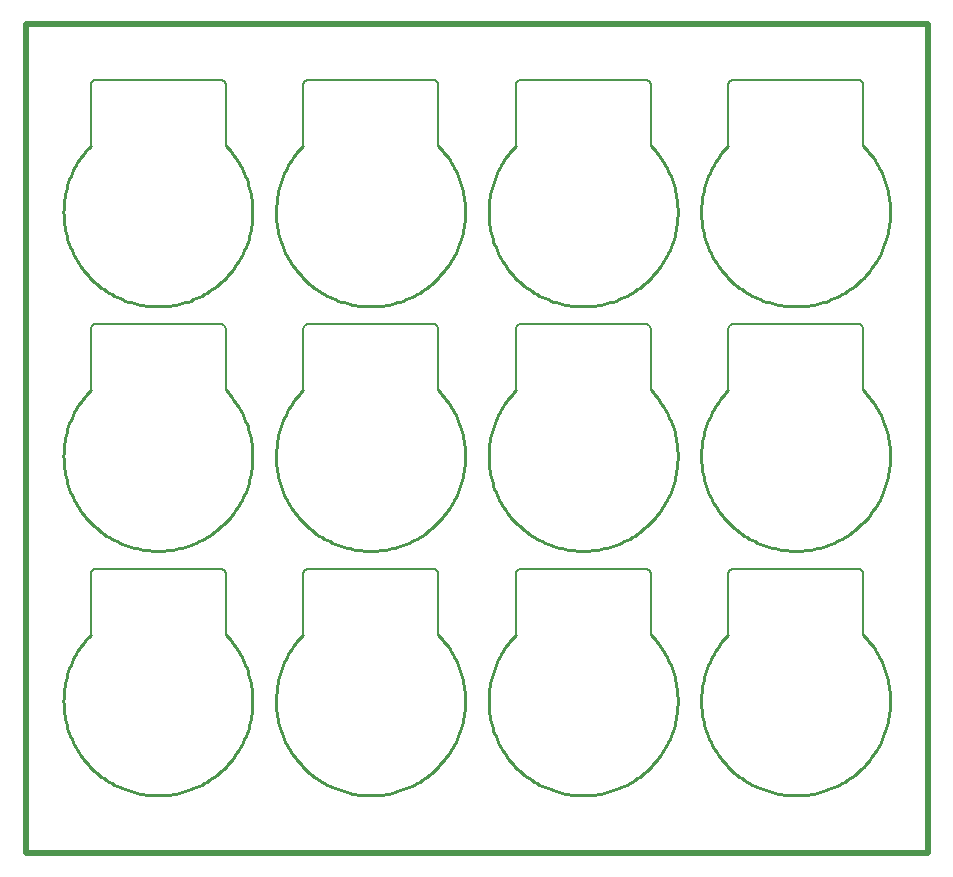
<source format=gko>
G04*
G04 #@! TF.GenerationSoftware,Altium Limited,Altium Designer,20.1.11 (218)*
G04*
G04 Layer_Color=16711935*
%FSLAX25Y25*%
%MOIN*%
G70*
G04*
G04 #@! TF.SameCoordinates,4A8DF08C-7CCE-415C-BD08-992622932B33*
G04*
G04*
G04 #@! TF.FilePolarity,Positive*
G04*
G01*
G75*
%ADD10C,0.01000*%
%ADD33C,0.00787*%
%ADD50C,0.01968*%
G54D10*
X137795Y-81496D02*
X137779Y-80481D01*
X137730Y-79466D01*
X137648Y-78454D01*
X137534Y-77445D01*
X137387Y-76440D01*
X137208Y-75441D01*
X136996Y-74448D01*
X136753Y-73462D01*
X136478Y-72484D01*
X136172Y-71516D01*
X135835Y-70558D01*
X135467Y-69611D01*
X135069Y-68677D01*
X134640Y-67756D01*
X134183Y-66850D01*
X133696Y-65959D01*
X133181Y-65083D01*
X132638Y-64225D01*
X132067Y-63385D01*
X131470Y-62564D01*
X130847Y-61762D01*
X130198Y-60981D01*
X129524Y-60221D01*
X128826Y-59484D01*
X83858Y-59396D02*
X83154Y-60135D01*
X82474Y-60896D01*
X81819Y-61679D01*
X81190Y-62482D01*
X80587Y-63306D01*
X80011Y-64148D01*
X79463Y-65009D01*
X78943Y-65887D01*
X78451Y-66782D01*
X77989Y-67692D01*
X77557Y-68616D01*
X77155Y-69555D01*
X76783Y-70505D01*
X76442Y-71467D01*
X76133Y-72440D01*
X75856Y-73422D01*
X75610Y-74413D01*
X75397Y-75411D01*
X75216Y-76415D01*
X75067Y-77425D01*
X74952Y-78439D01*
X74869Y-79456D01*
X74820Y-80476D01*
X74803Y-81496D01*
X106299Y-112992D02*
X107309Y-112976D01*
X108317Y-112927D01*
X109324Y-112847D01*
X110327Y-112733D01*
X111326Y-112588D01*
X112320Y-112411D01*
X113308Y-112202D01*
X114288Y-111962D01*
X115261Y-111690D01*
X116224Y-111388D01*
X117177Y-111054D01*
X118119Y-110690D01*
X119048Y-110296D01*
X119965Y-109873D01*
X120867Y-109421D01*
X121755Y-108939D01*
X122626Y-108430D01*
X123481Y-107893D01*
X124319Y-107328D01*
X125137Y-106737D01*
X125937Y-106121D01*
X126716Y-105479D01*
X127474Y-104812D01*
X128210Y-104121D01*
X128924Y-103407D01*
X129615Y-102671D01*
X130282Y-101913D01*
X130924Y-101134D01*
X131541Y-100334D01*
X132131Y-99515D01*
X132696Y-98678D01*
X133233Y-97823D01*
X133742Y-96952D01*
X134224Y-96064D01*
X134676Y-95162D01*
X135100Y-94245D01*
X135493Y-93316D01*
X135857Y-92374D01*
X136191Y-91421D01*
X136494Y-90458D01*
X136765Y-89485D01*
X137006Y-88505D01*
X137214Y-87517D01*
X137391Y-86523D01*
X137537Y-85524D01*
X137650Y-84521D01*
X137731Y-83514D01*
X137779Y-82506D01*
X137795Y-81496D01*
X74803Y-81496D02*
X74819Y-82506D01*
X74868Y-83514D01*
X74949Y-84520D01*
X75062Y-85524D01*
X75207Y-86523D01*
X75384Y-87517D01*
X75593Y-88505D01*
X75833Y-89485D01*
X76105Y-90457D01*
X76408Y-91421D01*
X76741Y-92374D01*
X77105Y-93316D01*
X77499Y-94245D01*
X77922Y-95162D01*
X78375Y-96064D01*
X78856Y-96952D01*
X79366Y-97823D01*
X79903Y-98678D01*
X80467Y-99515D01*
X81058Y-100334D01*
X81675Y-101134D01*
X82317Y-101913D01*
X82983Y-102671D01*
X83674Y-103407D01*
X84388Y-104121D01*
X85124Y-104812D01*
X85883Y-105479D01*
X86662Y-106121D01*
X87461Y-106737D01*
X88280Y-107328D01*
X89117Y-107893D01*
X89972Y-108430D01*
X90843Y-108939D01*
X91731Y-109420D01*
X92633Y-109873D01*
X93550Y-110296D01*
X94480Y-110690D01*
X95421Y-111054D01*
X96374Y-111388D01*
X97338Y-111690D01*
X98310Y-111962D01*
X99291Y-112202D01*
X100278Y-112411D01*
X101272Y-112588D01*
X102271Y-112733D01*
X103275Y-112847D01*
X104281Y-112927D01*
X105290Y-112976D01*
X106299Y-112992D01*
X137795Y81496D02*
X137779Y82511D01*
X137730Y83526D01*
X137648Y84538D01*
X137534Y85547D01*
X137387Y86552D01*
X137208Y87551D01*
X136996Y88545D01*
X136753Y89531D01*
X136478Y90508D01*
X136172Y91477D01*
X135835Y92434D01*
X135467Y93381D01*
X135069Y94315D01*
X134640Y95236D01*
X134183Y96142D01*
X133696Y97034D01*
X133181Y97909D01*
X132638Y98767D01*
X132067Y99607D01*
X131470Y100428D01*
X130847Y101230D01*
X130198Y102011D01*
X129524Y102771D01*
X128826Y103508D01*
X83858Y103596D02*
X83154Y102857D01*
X82474Y102096D01*
X81819Y101313D01*
X81190Y100510D01*
X80587Y99686D01*
X80011Y98844D01*
X79463Y97983D01*
X78943Y97105D01*
X78451Y96210D01*
X77989Y95300D01*
X77557Y94376D01*
X77155Y93438D01*
X76783Y92487D01*
X76442Y91525D01*
X76133Y90552D01*
X75856Y89570D01*
X75610Y88580D01*
X75397Y87581D01*
X75216Y86577D01*
X75067Y85567D01*
X74952Y84553D01*
X74869Y83536D01*
X74820Y82517D01*
X74803Y81496D01*
X106299Y50000D02*
X107309Y50016D01*
X108317Y50065D01*
X109324Y50146D01*
X110327Y50259D01*
X111326Y50404D01*
X112320Y50581D01*
X113308Y50790D01*
X114288Y51030D01*
X115261Y51302D01*
X116224Y51604D01*
X117177Y51938D01*
X118119Y52302D01*
X119048Y52696D01*
X119965Y53119D01*
X120867Y53572D01*
X121755Y54053D01*
X122626Y54562D01*
X123481Y55100D01*
X124319Y55664D01*
X125137Y56255D01*
X125937Y56871D01*
X126716Y57513D01*
X127474Y58180D01*
X128210Y58871D01*
X128924Y59585D01*
X129615Y60321D01*
X130282Y61079D01*
X130924Y61859D01*
X131541Y62658D01*
X132131Y63477D01*
X132696Y64314D01*
X133233Y65169D01*
X133742Y66040D01*
X134224Y66928D01*
X134676Y67830D01*
X135100Y68747D01*
X135493Y69677D01*
X135857Y70618D01*
X136191Y71571D01*
X136494Y72535D01*
X136765Y73507D01*
X137006Y74488D01*
X137214Y75475D01*
X137391Y76469D01*
X137537Y77468D01*
X137650Y78472D01*
X137731Y79478D01*
X137779Y80487D01*
X137795Y81496D01*
X74803Y81496D02*
X74819Y80487D01*
X74868Y79478D01*
X74949Y78472D01*
X75062Y77468D01*
X75207Y76469D01*
X75384Y75475D01*
X75593Y74488D01*
X75833Y73507D01*
X76105Y72535D01*
X76408Y71571D01*
X76741Y70618D01*
X77105Y69677D01*
X77499Y68747D01*
X77922Y67830D01*
X78375Y66928D01*
X78856Y66040D01*
X79366Y65169D01*
X79903Y64314D01*
X80467Y63477D01*
X81058Y62658D01*
X81675Y61859D01*
X82317Y61080D01*
X82983Y60321D01*
X83674Y59585D01*
X84388Y58871D01*
X85124Y58180D01*
X85883Y57514D01*
X86662Y56871D01*
X87461Y56255D01*
X88280Y55664D01*
X89117Y55100D01*
X89972Y54562D01*
X90843Y54053D01*
X91731Y53572D01*
X92633Y53119D01*
X93550Y52696D01*
X94480Y52302D01*
X95421Y51938D01*
X96374Y51605D01*
X97338Y51302D01*
X98310Y51030D01*
X99291Y50790D01*
X100278Y50581D01*
X101272Y50404D01*
X102271Y50259D01*
X103275Y50146D01*
X104281Y50065D01*
X105290Y50016D01*
X106299Y50000D01*
X137795Y0D02*
X137779Y1015D01*
X137730Y2030D01*
X137648Y3042D01*
X137534Y4051D01*
X137387Y5056D01*
X137208Y6055D01*
X136996Y7049D01*
X136753Y8035D01*
X136478Y9012D01*
X136172Y9980D01*
X135835Y10938D01*
X135467Y11885D01*
X135069Y12819D01*
X134640Y13740D01*
X134183Y14646D01*
X133696Y15538D01*
X133181Y16413D01*
X132638Y17271D01*
X132067Y18111D01*
X131470Y18932D01*
X130847Y19734D01*
X130198Y20515D01*
X129524Y21275D01*
X128826Y22012D01*
X83858Y22100D02*
X83154Y21361D01*
X82474Y20600D01*
X81819Y19817D01*
X81190Y19014D01*
X80587Y18190D01*
X80011Y17348D01*
X79463Y16487D01*
X78943Y15609D01*
X78451Y14714D01*
X77989Y13804D01*
X77557Y12880D01*
X77155Y11942D01*
X76783Y10991D01*
X76442Y10029D01*
X76133Y9056D01*
X75856Y8074D01*
X75610Y7084D01*
X75397Y6086D01*
X75216Y5081D01*
X75067Y4071D01*
X74952Y3057D01*
X74869Y2040D01*
X74820Y1020D01*
X74803Y0D01*
X106299Y-31496D02*
X107309Y-31480D01*
X108317Y-31431D01*
X109324Y-31350D01*
X110327Y-31238D01*
X111326Y-31092D01*
X112320Y-30915D01*
X113308Y-30706D01*
X114288Y-30466D01*
X115261Y-30194D01*
X116224Y-29891D01*
X117177Y-29558D01*
X118119Y-29194D01*
X119048Y-28800D01*
X119965Y-28377D01*
X120867Y-27924D01*
X121755Y-27443D01*
X122626Y-26934D01*
X123481Y-26397D01*
X124319Y-25832D01*
X125137Y-25241D01*
X125937Y-24625D01*
X126716Y-23983D01*
X127474Y-23316D01*
X128210Y-22625D01*
X128924Y-21911D01*
X129615Y-21175D01*
X130282Y-20417D01*
X130924Y-19637D01*
X131541Y-18838D01*
X132131Y-18020D01*
X132696Y-17182D01*
X133233Y-16327D01*
X133742Y-15456D01*
X134224Y-14568D01*
X134676Y-13666D01*
X135100Y-12749D01*
X135493Y-11819D01*
X135857Y-10878D01*
X136191Y-9925D01*
X136494Y-8962D01*
X136765Y-7989D01*
X137006Y-7009D01*
X137214Y-6021D01*
X137391Y-5027D01*
X137537Y-4028D01*
X137650Y-3024D01*
X137731Y-2018D01*
X137779Y-1010D01*
X137795Y-0D01*
X74803Y0D02*
X74819Y-1010D01*
X74868Y-2018D01*
X74949Y-3024D01*
X75062Y-4028D01*
X75207Y-5027D01*
X75384Y-6021D01*
X75593Y-7008D01*
X75833Y-7989D01*
X76105Y-8962D01*
X76408Y-9925D01*
X76741Y-10878D01*
X77105Y-11819D01*
X77499Y-12749D01*
X77922Y-13666D01*
X78375Y-14568D01*
X78856Y-15456D01*
X79366Y-16327D01*
X79903Y-17182D01*
X80467Y-18019D01*
X81058Y-18838D01*
X81675Y-19637D01*
X82317Y-20417D01*
X82983Y-21175D01*
X83674Y-21911D01*
X84388Y-22625D01*
X85124Y-23316D01*
X85883Y-23982D01*
X86662Y-24625D01*
X87461Y-25241D01*
X88280Y-25832D01*
X89117Y-26396D01*
X89972Y-26934D01*
X90843Y-27443D01*
X91731Y-27924D01*
X92633Y-28377D01*
X93550Y-28800D01*
X94480Y-29194D01*
X95421Y-29558D01*
X96374Y-29891D01*
X97338Y-30194D01*
X98310Y-30466D01*
X99291Y-30706D01*
X100278Y-30915D01*
X101272Y-31092D01*
X102271Y-31238D01*
X103275Y-31350D01*
X104281Y-31431D01*
X105290Y-31480D01*
X106299Y-31496D01*
X-3937Y0D02*
X-3953Y1015D01*
X-4002Y2030D01*
X-4084Y3042D01*
X-4199Y4051D01*
X-4345Y5056D01*
X-4525Y6055D01*
X-4736Y7049D01*
X-4979Y8035D01*
X-5254Y9012D01*
X-5560Y9980D01*
X-5897Y10938D01*
X-6265Y11885D01*
X-6664Y12819D01*
X-7092Y13740D01*
X-7549Y14646D01*
X-8036Y15538D01*
X-8551Y16413D01*
X-9094Y17271D01*
X-9665Y18111D01*
X-10262Y18932D01*
X-10886Y19734D01*
X-11535Y20515D01*
X-12208Y21275D01*
X-12906Y22012D01*
X-57874Y22100D02*
X-58578Y21361D01*
X-59258Y20600D01*
X-59913Y19817D01*
X-60542Y19014D01*
X-61145Y18190D01*
X-61721Y17348D01*
X-62269Y16487D01*
X-62789Y15609D01*
X-63281Y14714D01*
X-63743Y13804D01*
X-64175Y12880D01*
X-64578Y11942D01*
X-64949Y10991D01*
X-65290Y10029D01*
X-65599Y9056D01*
X-65877Y8074D01*
X-66122Y7084D01*
X-66336Y6086D01*
X-66517Y5081D01*
X-66665Y4071D01*
X-66780Y3057D01*
X-66863Y2040D01*
X-66913Y1020D01*
X-66929Y0D01*
X-35433Y-31496D02*
X-34424Y-31480D01*
X-33415Y-31431D01*
X-32409Y-31350D01*
X-31405Y-31238D01*
X-30406Y-31092D01*
X-29412Y-30915D01*
X-28425Y-30706D01*
X-27444Y-30466D01*
X-26472Y-30194D01*
X-25508Y-29891D01*
X-24555Y-29558D01*
X-23614Y-29194D01*
X-22684Y-28800D01*
X-21768Y-28377D01*
X-20865Y-27924D01*
X-19977Y-27443D01*
X-19106Y-26934D01*
X-18251Y-26397D01*
X-17414Y-25832D01*
X-16595Y-25241D01*
X-15796Y-24625D01*
X-15017Y-23983D01*
X-14258Y-23316D01*
X-13522Y-22625D01*
X-12808Y-21911D01*
X-12117Y-21175D01*
X-11451Y-20417D01*
X-10808Y-19637D01*
X-10192Y-18838D01*
X-9601Y-18020D01*
X-9037Y-17182D01*
X-8500Y-16327D01*
X-7990Y-15456D01*
X-7509Y-14568D01*
X-7056Y-13666D01*
X-6633Y-12749D01*
X-6239Y-11819D01*
X-5875Y-10878D01*
X-5542Y-9925D01*
X-5239Y-8962D01*
X-4967Y-7989D01*
X-4727Y-7009D01*
X-4518Y-6021D01*
X-4341Y-5027D01*
X-4196Y-4028D01*
X-4083Y-3024D01*
X-4002Y-2018D01*
X-3953Y-1010D01*
X-3937Y-0D01*
X-66929Y0D02*
X-66913Y-1010D01*
X-66864Y-2018D01*
X-66784Y-3024D01*
X-66671Y-4028D01*
X-66525Y-5027D01*
X-66348Y-6021D01*
X-66140Y-7008D01*
X-65899Y-7989D01*
X-65627Y-8962D01*
X-65325Y-9925D01*
X-64991Y-10878D01*
X-64627Y-11819D01*
X-64233Y-12749D01*
X-63810Y-13666D01*
X-63358Y-14568D01*
X-62876Y-15456D01*
X-62367Y-16327D01*
X-61830Y-17182D01*
X-61265Y-18019D01*
X-60675Y-18838D01*
X-60058Y-19637D01*
X-59416Y-20417D01*
X-58749Y-21175D01*
X-58058Y-21911D01*
X-57344Y-22625D01*
X-56608Y-23316D01*
X-55850Y-23982D01*
X-55071Y-24625D01*
X-54271Y-25241D01*
X-53452Y-25832D01*
X-52615Y-26396D01*
X-51761Y-26934D01*
X-50889Y-27443D01*
X-50001Y-27924D01*
X-49099Y-28377D01*
X-48182Y-28800D01*
X-47253Y-29194D01*
X-46311Y-29558D01*
X-45358Y-29891D01*
X-44395Y-30194D01*
X-43422Y-30466D01*
X-42442Y-30706D01*
X-41454Y-30915D01*
X-40460Y-31092D01*
X-39461Y-31238D01*
X-38458Y-31350D01*
X-37451Y-31431D01*
X-36443Y-31480D01*
X-35433Y-31496D01*
X-3937Y81496D02*
X-3953Y82511D01*
X-4002Y83526D01*
X-4084Y84538D01*
X-4199Y85547D01*
X-4345Y86552D01*
X-4525Y87551D01*
X-4736Y88545D01*
X-4979Y89531D01*
X-5254Y90508D01*
X-5560Y91477D01*
X-5897Y92434D01*
X-6265Y93381D01*
X-6664Y94315D01*
X-7092Y95236D01*
X-7549Y96142D01*
X-8036Y97034D01*
X-8551Y97909D01*
X-9094Y98767D01*
X-9665Y99607D01*
X-10262Y100428D01*
X-10886Y101230D01*
X-11535Y102011D01*
X-12208Y102771D01*
X-12906Y103508D01*
X-57874Y103596D02*
X-58578Y102857D01*
X-59258Y102096D01*
X-59913Y101313D01*
X-60542Y100510D01*
X-61145Y99686D01*
X-61721Y98844D01*
X-62269Y97983D01*
X-62789Y97105D01*
X-63281Y96210D01*
X-63743Y95300D01*
X-64175Y94376D01*
X-64578Y93438D01*
X-64949Y92487D01*
X-65290Y91525D01*
X-65599Y90552D01*
X-65877Y89570D01*
X-66122Y88580D01*
X-66336Y87581D01*
X-66517Y86577D01*
X-66665Y85567D01*
X-66780Y84553D01*
X-66863Y83536D01*
X-66913Y82517D01*
X-66929Y81496D01*
X-35433Y50000D02*
X-34424Y50016D01*
X-33415Y50065D01*
X-32409Y50146D01*
X-31405Y50259D01*
X-30406Y50404D01*
X-29412Y50581D01*
X-28425Y50790D01*
X-27444Y51030D01*
X-26472Y51302D01*
X-25508Y51604D01*
X-24555Y51938D01*
X-23614Y52302D01*
X-22684Y52696D01*
X-21768Y53119D01*
X-20865Y53572D01*
X-19977Y54053D01*
X-19106Y54562D01*
X-18251Y55100D01*
X-17414Y55664D01*
X-16595Y56255D01*
X-15796Y56871D01*
X-15017Y57513D01*
X-14258Y58180D01*
X-13522Y58871D01*
X-12808Y59585D01*
X-12117Y60321D01*
X-11451Y61079D01*
X-10808Y61859D01*
X-10192Y62658D01*
X-9601Y63477D01*
X-9037Y64314D01*
X-8500Y65169D01*
X-7990Y66040D01*
X-7509Y66928D01*
X-7056Y67830D01*
X-6633Y68747D01*
X-6239Y69677D01*
X-5875Y70618D01*
X-5542Y71571D01*
X-5239Y72535D01*
X-4967Y73507D01*
X-4727Y74488D01*
X-4518Y75475D01*
X-4341Y76469D01*
X-4196Y77468D01*
X-4083Y78472D01*
X-4002Y79478D01*
X-3953Y80487D01*
X-3937Y81496D01*
X-66929Y81496D02*
X-66913Y80487D01*
X-66864Y79478D01*
X-66784Y78472D01*
X-66671Y77468D01*
X-66525Y76469D01*
X-66348Y75475D01*
X-66140Y74488D01*
X-65899Y73507D01*
X-65627Y72535D01*
X-65325Y71571D01*
X-64991Y70618D01*
X-64627Y69677D01*
X-64233Y68747D01*
X-63810Y67830D01*
X-63358Y66928D01*
X-62876Y66040D01*
X-62367Y65169D01*
X-61830Y64314D01*
X-61265Y63477D01*
X-60675Y62658D01*
X-60058Y61859D01*
X-59416Y61080D01*
X-58749Y60321D01*
X-58058Y59585D01*
X-57344Y58871D01*
X-56608Y58180D01*
X-55850Y57514D01*
X-55071Y56871D01*
X-54271Y56255D01*
X-53452Y55664D01*
X-52615Y55100D01*
X-51761Y54562D01*
X-50889Y54053D01*
X-50001Y53572D01*
X-49099Y53119D01*
X-48182Y52696D01*
X-47253Y52302D01*
X-46311Y51938D01*
X-45358Y51605D01*
X-44395Y51302D01*
X-43422Y51030D01*
X-42442Y50790D01*
X-41454Y50581D01*
X-40460Y50404D01*
X-39461Y50259D01*
X-38458Y50146D01*
X-37451Y50065D01*
X-36443Y50016D01*
X-35433Y50000D01*
X-3937Y-81496D02*
X-3953Y-80481D01*
X-4002Y-79466D01*
X-4084Y-78454D01*
X-4199Y-77445D01*
X-4345Y-76440D01*
X-4525Y-75441D01*
X-4736Y-74448D01*
X-4979Y-73462D01*
X-5254Y-72484D01*
X-5560Y-71516D01*
X-5897Y-70558D01*
X-6265Y-69611D01*
X-6664Y-68677D01*
X-7092Y-67756D01*
X-7549Y-66850D01*
X-8036Y-65959D01*
X-8551Y-65083D01*
X-9094Y-64225D01*
X-9665Y-63385D01*
X-10262Y-62564D01*
X-10886Y-61762D01*
X-11535Y-60981D01*
X-12208Y-60221D01*
X-12906Y-59484D01*
X-57874Y-59396D02*
X-58578Y-60135D01*
X-59258Y-60896D01*
X-59913Y-61679D01*
X-60542Y-62482D01*
X-61145Y-63306D01*
X-61721Y-64148D01*
X-62269Y-65009D01*
X-62789Y-65887D01*
X-63281Y-66782D01*
X-63743Y-67692D01*
X-64175Y-68616D01*
X-64578Y-69555D01*
X-64949Y-70505D01*
X-65290Y-71467D01*
X-65599Y-72440D01*
X-65877Y-73422D01*
X-66122Y-74413D01*
X-66336Y-75411D01*
X-66517Y-76415D01*
X-66665Y-77425D01*
X-66780Y-78439D01*
X-66863Y-79456D01*
X-66913Y-80476D01*
X-66929Y-81496D01*
X-35433Y-112992D02*
X-34424Y-112976D01*
X-33415Y-112927D01*
X-32409Y-112847D01*
X-31405Y-112733D01*
X-30406Y-112588D01*
X-29412Y-112411D01*
X-28425Y-112202D01*
X-27444Y-111962D01*
X-26472Y-111690D01*
X-25508Y-111388D01*
X-24555Y-111054D01*
X-23614Y-110690D01*
X-22684Y-110296D01*
X-21768Y-109873D01*
X-20865Y-109421D01*
X-19977Y-108939D01*
X-19106Y-108430D01*
X-18251Y-107893D01*
X-17414Y-107328D01*
X-16595Y-106737D01*
X-15796Y-106121D01*
X-15017Y-105479D01*
X-14258Y-104812D01*
X-13522Y-104121D01*
X-12808Y-103407D01*
X-12117Y-102671D01*
X-11451Y-101913D01*
X-10808Y-101134D01*
X-10192Y-100334D01*
X-9601Y-99515D01*
X-9037Y-98678D01*
X-8500Y-97823D01*
X-7990Y-96952D01*
X-7509Y-96064D01*
X-7056Y-95162D01*
X-6633Y-94245D01*
X-6239Y-93316D01*
X-5875Y-92374D01*
X-5542Y-91421D01*
X-5239Y-90458D01*
X-4967Y-89485D01*
X-4727Y-88505D01*
X-4518Y-87517D01*
X-4341Y-86523D01*
X-4196Y-85524D01*
X-4083Y-84521D01*
X-4002Y-83514D01*
X-3953Y-82506D01*
X-3937Y-81496D01*
X-66929Y-81496D02*
X-66913Y-82506D01*
X-66864Y-83514D01*
X-66784Y-84520D01*
X-66671Y-85524D01*
X-66525Y-86523D01*
X-66348Y-87517D01*
X-66140Y-88505D01*
X-65899Y-89485D01*
X-65627Y-90457D01*
X-65325Y-91421D01*
X-64991Y-92374D01*
X-64627Y-93316D01*
X-64233Y-94245D01*
X-63810Y-95162D01*
X-63358Y-96064D01*
X-62876Y-96952D01*
X-62367Y-97823D01*
X-61830Y-98678D01*
X-61265Y-99515D01*
X-60675Y-100334D01*
X-60058Y-101134D01*
X-59416Y-101913D01*
X-58749Y-102671D01*
X-58058Y-103407D01*
X-57344Y-104121D01*
X-56608Y-104812D01*
X-55850Y-105479D01*
X-55071Y-106121D01*
X-54271Y-106737D01*
X-53452Y-107328D01*
X-52615Y-107893D01*
X-51761Y-108430D01*
X-50889Y-108939D01*
X-50001Y-109420D01*
X-49099Y-109873D01*
X-48182Y-110296D01*
X-47253Y-110690D01*
X-46311Y-111054D01*
X-45358Y-111388D01*
X-44395Y-111690D01*
X-43422Y-111962D01*
X-42442Y-112202D01*
X-41454Y-112411D01*
X-40460Y-112588D01*
X-39461Y-112733D01*
X-38458Y-112847D01*
X-37451Y-112927D01*
X-36443Y-112976D01*
X-35433Y-112992D01*
X-74803Y0D02*
X-74819Y1015D01*
X-74869Y2030D01*
X-74950Y3042D01*
X-75065Y4051D01*
X-75212Y5056D01*
X-75391Y6055D01*
X-75602Y7049D01*
X-75845Y8035D01*
X-76120Y9012D01*
X-76426Y9980D01*
X-76763Y10938D01*
X-77131Y11885D01*
X-77530Y12819D01*
X-77958Y13740D01*
X-78416Y14646D01*
X-78902Y15538D01*
X-79418Y16413D01*
X-79961Y17271D01*
X-80531Y18111D01*
X-81128Y18932D01*
X-81752Y19734D01*
X-82401Y20515D01*
X-83074Y21275D01*
X-83772Y22012D01*
X-128740Y22100D02*
X-129444Y21361D01*
X-130124Y20600D01*
X-130779Y19817D01*
X-131409Y19014D01*
X-132011Y18190D01*
X-132587Y17348D01*
X-133135Y16487D01*
X-133656Y15609D01*
X-134147Y14714D01*
X-134609Y13804D01*
X-135041Y12880D01*
X-135444Y11942D01*
X-135815Y10991D01*
X-136156Y10029D01*
X-136465Y9056D01*
X-136743Y8074D01*
X-136988Y7084D01*
X-137202Y6086D01*
X-137383Y5081D01*
X-137531Y4071D01*
X-137647Y3057D01*
X-137729Y2040D01*
X-137779Y1020D01*
X-137795Y0D01*
X-106299Y-31496D02*
X-105290Y-31480D01*
X-104281Y-31431D01*
X-103275Y-31350D01*
X-102272Y-31238D01*
X-101272Y-31092D01*
X-100278Y-30915D01*
X-99291Y-30706D01*
X-98310Y-30466D01*
X-97338Y-30194D01*
X-96375Y-29891D01*
X-95422Y-29558D01*
X-94480Y-29194D01*
X-93550Y-28800D01*
X-92634Y-28377D01*
X-91731Y-27924D01*
X-90844Y-27443D01*
X-89972Y-26934D01*
X-89117Y-26397D01*
X-88280Y-25832D01*
X-87461Y-25241D01*
X-86662Y-24625D01*
X-85883Y-23983D01*
X-85124Y-23316D01*
X-84388Y-22625D01*
X-83674Y-21911D01*
X-82983Y-21175D01*
X-82317Y-20417D01*
X-81675Y-19637D01*
X-81058Y-18838D01*
X-80467Y-18020D01*
X-79903Y-17182D01*
X-79366Y-16327D01*
X-78856Y-15456D01*
X-78375Y-14568D01*
X-77922Y-13666D01*
X-77499Y-12749D01*
X-77105Y-11819D01*
X-76741Y-10878D01*
X-76408Y-9925D01*
X-76105Y-8962D01*
X-75833Y-7989D01*
X-75593Y-7009D01*
X-75384Y-6021D01*
X-75207Y-5027D01*
X-75062Y-4028D01*
X-74949Y-3024D01*
X-74868Y-2018D01*
X-74819Y-1010D01*
X-74803Y-0D01*
X-137795Y0D02*
X-137779Y-1010D01*
X-137731Y-2018D01*
X-137650Y-3024D01*
X-137537Y-4028D01*
X-137392Y-5027D01*
X-137215Y-6021D01*
X-137006Y-7008D01*
X-136765Y-7989D01*
X-136494Y-8962D01*
X-136191Y-9925D01*
X-135857Y-10878D01*
X-135494Y-11819D01*
X-135100Y-12749D01*
X-134676Y-13666D01*
X-134224Y-14568D01*
X-133742Y-15456D01*
X-133233Y-16327D01*
X-132696Y-17182D01*
X-132131Y-18019D01*
X-131541Y-18838D01*
X-130924Y-19637D01*
X-130282Y-20417D01*
X-129615Y-21175D01*
X-128924Y-21911D01*
X-128210Y-22625D01*
X-127474Y-23316D01*
X-126716Y-23982D01*
X-125937Y-24625D01*
X-125137Y-25241D01*
X-124319Y-25832D01*
X-123482Y-26396D01*
X-122627Y-26934D01*
X-121755Y-27443D01*
X-120867Y-27924D01*
X-119965Y-28377D01*
X-119048Y-28800D01*
X-118119Y-29194D01*
X-117177Y-29558D01*
X-116224Y-29891D01*
X-115261Y-30194D01*
X-114288Y-30466D01*
X-113308Y-30706D01*
X-112320Y-30915D01*
X-111326Y-31092D01*
X-110327Y-31238D01*
X-109324Y-31350D01*
X-108317Y-31431D01*
X-107309Y-31480D01*
X-106299Y-31496D01*
X66929Y0D02*
X66913Y1015D01*
X66864Y2030D01*
X66782Y3042D01*
X66667Y4051D01*
X66521Y5056D01*
X66342Y6055D01*
X66130Y7049D01*
X65887Y8035D01*
X65612Y9012D01*
X65306Y9980D01*
X64969Y10938D01*
X64601Y11885D01*
X64202Y12819D01*
X63774Y13740D01*
X63317Y14646D01*
X62830Y15538D01*
X62315Y16413D01*
X61772Y17271D01*
X61201Y18111D01*
X60604Y18932D01*
X59981Y19734D01*
X59332Y20515D01*
X58658Y21275D01*
X57960Y22012D01*
X12992Y22100D02*
X12288Y21361D01*
X11608Y20600D01*
X10953Y19817D01*
X10324Y19014D01*
X9721Y18190D01*
X9145Y17348D01*
X8597Y16487D01*
X8077Y15609D01*
X7585Y14714D01*
X7123Y13804D01*
X6691Y12880D01*
X6289Y11942D01*
X5917Y10991D01*
X5576Y10029D01*
X5267Y9056D01*
X4989Y8074D01*
X4744Y7084D01*
X4530Y6086D01*
X4349Y5081D01*
X4201Y4071D01*
X4086Y3057D01*
X4003Y2040D01*
X3954Y1020D01*
X3937Y0D01*
X35433Y-31496D02*
X36443Y-31480D01*
X37451Y-31431D01*
X38457Y-31350D01*
X39461Y-31238D01*
X40460Y-31092D01*
X41454Y-30915D01*
X42442Y-30706D01*
X43422Y-30466D01*
X44394Y-30194D01*
X45358Y-29891D01*
X46311Y-29558D01*
X47253Y-29194D01*
X48182Y-28800D01*
X49099Y-28377D01*
X50001Y-27924D01*
X50889Y-27443D01*
X51760Y-26934D01*
X52615Y-26397D01*
X53452Y-25832D01*
X54271Y-25241D01*
X55071Y-24625D01*
X55850Y-23983D01*
X56608Y-23316D01*
X57344Y-22625D01*
X58058Y-21911D01*
X58749Y-21175D01*
X59416Y-20417D01*
X60058Y-19637D01*
X60674Y-18838D01*
X61265Y-18020D01*
X61830Y-17182D01*
X62367Y-16327D01*
X62876Y-15456D01*
X63357Y-14568D01*
X63810Y-13666D01*
X64233Y-12749D01*
X64627Y-11819D01*
X64991Y-10878D01*
X65325Y-9925D01*
X65627Y-8962D01*
X65899Y-7989D01*
X66139Y-7009D01*
X66348Y-6021D01*
X66525Y-5027D01*
X66671Y-4028D01*
X66784Y-3024D01*
X66864Y-2018D01*
X66913Y-1010D01*
X66929Y-0D01*
X3937Y0D02*
X3953Y-1010D01*
X4002Y-2018D01*
X4082Y-3024D01*
X4196Y-4028D01*
X4341Y-5027D01*
X4518Y-6021D01*
X4727Y-7008D01*
X4967Y-7989D01*
X5239Y-8962D01*
X5542Y-9925D01*
X5875Y-10878D01*
X6239Y-11819D01*
X6633Y-12749D01*
X7056Y-13666D01*
X7509Y-14568D01*
X7990Y-15456D01*
X8499Y-16327D01*
X9037Y-17182D01*
X9601Y-18019D01*
X10192Y-18838D01*
X10808Y-19637D01*
X11451Y-20417D01*
X12117Y-21175D01*
X12808Y-21911D01*
X13522Y-22625D01*
X14258Y-23316D01*
X15016Y-23982D01*
X15796Y-24625D01*
X16595Y-25241D01*
X17414Y-25832D01*
X18251Y-26396D01*
X19106Y-26934D01*
X19977Y-27443D01*
X20865Y-27924D01*
X21767Y-28377D01*
X22684Y-28800D01*
X23614Y-29194D01*
X24555Y-29558D01*
X25508Y-29891D01*
X26471Y-30194D01*
X27444Y-30466D01*
X28425Y-30706D01*
X29412Y-30915D01*
X30406Y-31092D01*
X31405Y-31238D01*
X32409Y-31350D01*
X33415Y-31431D01*
X34424Y-31480D01*
X35433Y-31496D01*
X-74803Y81496D02*
X-74819Y82511D01*
X-74869Y83526D01*
X-74950Y84538D01*
X-75065Y85547D01*
X-75212Y86552D01*
X-75391Y87551D01*
X-75602Y88545D01*
X-75845Y89531D01*
X-76120Y90508D01*
X-76426Y91477D01*
X-76763Y92434D01*
X-77131Y93381D01*
X-77530Y94315D01*
X-77958Y95236D01*
X-78416Y96142D01*
X-78902Y97034D01*
X-79418Y97909D01*
X-79961Y98767D01*
X-80531Y99607D01*
X-81128Y100428D01*
X-81752Y101230D01*
X-82401Y102011D01*
X-83074Y102771D01*
X-83772Y103508D01*
X-128740Y103596D02*
X-129444Y102857D01*
X-130124Y102096D01*
X-130779Y101313D01*
X-131409Y100510D01*
X-132011Y99686D01*
X-132587Y98844D01*
X-133135Y97983D01*
X-133656Y97105D01*
X-134147Y96210D01*
X-134609Y95300D01*
X-135041Y94376D01*
X-135444Y93438D01*
X-135815Y92487D01*
X-136156Y91525D01*
X-136465Y90552D01*
X-136743Y89570D01*
X-136988Y88580D01*
X-137202Y87581D01*
X-137383Y86577D01*
X-137531Y85567D01*
X-137647Y84553D01*
X-137729Y83536D01*
X-137779Y82517D01*
X-137795Y81496D01*
X-106299Y50000D02*
X-105290Y50016D01*
X-104281Y50065D01*
X-103275Y50146D01*
X-102272Y50259D01*
X-101272Y50404D01*
X-100278Y50581D01*
X-99291Y50790D01*
X-98310Y51030D01*
X-97338Y51302D01*
X-96375Y51604D01*
X-95422Y51938D01*
X-94480Y52302D01*
X-93550Y52696D01*
X-92634Y53119D01*
X-91731Y53572D01*
X-90844Y54053D01*
X-89972Y54562D01*
X-89117Y55100D01*
X-88280Y55664D01*
X-87461Y56255D01*
X-86662Y56871D01*
X-85883Y57513D01*
X-85124Y58180D01*
X-84388Y58871D01*
X-83674Y59585D01*
X-82983Y60321D01*
X-82317Y61079D01*
X-81675Y61859D01*
X-81058Y62658D01*
X-80467Y63477D01*
X-79903Y64314D01*
X-79366Y65169D01*
X-78856Y66040D01*
X-78375Y66928D01*
X-77922Y67830D01*
X-77499Y68747D01*
X-77105Y69677D01*
X-76741Y70618D01*
X-76408Y71571D01*
X-76105Y72535D01*
X-75833Y73507D01*
X-75593Y74488D01*
X-75384Y75475D01*
X-75207Y76469D01*
X-75062Y77468D01*
X-74949Y78472D01*
X-74868Y79478D01*
X-74819Y80487D01*
X-74803Y81496D01*
X-137795Y81496D02*
X-137779Y80487D01*
X-137731Y79478D01*
X-137650Y78472D01*
X-137537Y77468D01*
X-137392Y76469D01*
X-137215Y75475D01*
X-137006Y74488D01*
X-136765Y73507D01*
X-136494Y72535D01*
X-136191Y71571D01*
X-135857Y70618D01*
X-135494Y69677D01*
X-135100Y68747D01*
X-134676Y67830D01*
X-134224Y66928D01*
X-133742Y66040D01*
X-133233Y65169D01*
X-132696Y64314D01*
X-132131Y63477D01*
X-131541Y62658D01*
X-130924Y61859D01*
X-130282Y61080D01*
X-129615Y60321D01*
X-128924Y59585D01*
X-128210Y58871D01*
X-127474Y58180D01*
X-126716Y57514D01*
X-125937Y56871D01*
X-125137Y56255D01*
X-124319Y55664D01*
X-123482Y55100D01*
X-122627Y54562D01*
X-121755Y54053D01*
X-120867Y53572D01*
X-119965Y53119D01*
X-119048Y52696D01*
X-118119Y52302D01*
X-117177Y51938D01*
X-116224Y51605D01*
X-115261Y51302D01*
X-114288Y51030D01*
X-113308Y50790D01*
X-112320Y50581D01*
X-111326Y50404D01*
X-110327Y50259D01*
X-109324Y50146D01*
X-108317Y50065D01*
X-107309Y50016D01*
X-106299Y50000D01*
X66929Y81496D02*
X66913Y82511D01*
X66864Y83526D01*
X66782Y84538D01*
X66667Y85547D01*
X66521Y86552D01*
X66342Y87551D01*
X66130Y88545D01*
X65887Y89531D01*
X65612Y90508D01*
X65306Y91477D01*
X64969Y92434D01*
X64601Y93381D01*
X64202Y94315D01*
X63774Y95236D01*
X63317Y96142D01*
X62830Y97034D01*
X62315Y97909D01*
X61772Y98767D01*
X61201Y99607D01*
X60604Y100428D01*
X59981Y101230D01*
X59332Y102011D01*
X58658Y102771D01*
X57960Y103508D01*
X12992Y103596D02*
X12288Y102857D01*
X11608Y102096D01*
X10953Y101313D01*
X10324Y100510D01*
X9721Y99686D01*
X9145Y98844D01*
X8597Y97983D01*
X8077Y97105D01*
X7585Y96210D01*
X7123Y95300D01*
X6691Y94376D01*
X6289Y93438D01*
X5917Y92487D01*
X5576Y91525D01*
X5267Y90552D01*
X4989Y89570D01*
X4744Y88580D01*
X4530Y87581D01*
X4349Y86577D01*
X4201Y85567D01*
X4086Y84553D01*
X4003Y83536D01*
X3954Y82517D01*
X3937Y81496D01*
X35433Y50000D02*
X36443Y50016D01*
X37451Y50065D01*
X38457Y50146D01*
X39461Y50259D01*
X40460Y50404D01*
X41454Y50581D01*
X42442Y50790D01*
X43422Y51030D01*
X44394Y51302D01*
X45358Y51604D01*
X46311Y51938D01*
X47253Y52302D01*
X48182Y52696D01*
X49099Y53119D01*
X50001Y53572D01*
X50889Y54053D01*
X51760Y54562D01*
X52615Y55100D01*
X53452Y55664D01*
X54271Y56255D01*
X55071Y56871D01*
X55850Y57513D01*
X56608Y58180D01*
X57344Y58871D01*
X58058Y59585D01*
X58749Y60321D01*
X59416Y61079D01*
X60058Y61859D01*
X60674Y62658D01*
X61265Y63477D01*
X61830Y64314D01*
X62367Y65169D01*
X62876Y66040D01*
X63357Y66928D01*
X63810Y67830D01*
X64233Y68747D01*
X64627Y69677D01*
X64991Y70618D01*
X65325Y71571D01*
X65627Y72535D01*
X65899Y73507D01*
X66139Y74488D01*
X66348Y75475D01*
X66525Y76469D01*
X66671Y77468D01*
X66784Y78472D01*
X66864Y79478D01*
X66913Y80487D01*
X66929Y81496D01*
X3937Y81496D02*
X3953Y80487D01*
X4002Y79478D01*
X4082Y78472D01*
X4196Y77468D01*
X4341Y76469D01*
X4518Y75475D01*
X4727Y74488D01*
X4967Y73507D01*
X5239Y72535D01*
X5542Y71571D01*
X5875Y70618D01*
X6239Y69677D01*
X6633Y68747D01*
X7056Y67830D01*
X7509Y66928D01*
X7990Y66040D01*
X8499Y65169D01*
X9037Y64314D01*
X9601Y63477D01*
X10192Y62658D01*
X10808Y61859D01*
X11451Y61080D01*
X12117Y60321D01*
X12808Y59585D01*
X13522Y58871D01*
X14258Y58180D01*
X15016Y57514D01*
X15796Y56871D01*
X16595Y56255D01*
X17414Y55664D01*
X18251Y55100D01*
X19106Y54562D01*
X19977Y54053D01*
X20865Y53572D01*
X21767Y53119D01*
X22684Y52696D01*
X23614Y52302D01*
X24555Y51938D01*
X25508Y51605D01*
X26471Y51302D01*
X27444Y51030D01*
X28425Y50790D01*
X29412Y50581D01*
X30406Y50404D01*
X31405Y50259D01*
X32409Y50146D01*
X33415Y50065D01*
X34424Y50016D01*
X35433Y50000D01*
X-74803Y-81496D02*
X-74819Y-80481D01*
X-74869Y-79466D01*
X-74950Y-78454D01*
X-75065Y-77445D01*
X-75212Y-76440D01*
X-75391Y-75441D01*
X-75602Y-74448D01*
X-75845Y-73462D01*
X-76120Y-72484D01*
X-76426Y-71516D01*
X-76763Y-70558D01*
X-77131Y-69611D01*
X-77530Y-68677D01*
X-77958Y-67756D01*
X-78416Y-66850D01*
X-78902Y-65959D01*
X-79418Y-65083D01*
X-79961Y-64225D01*
X-80531Y-63385D01*
X-81128Y-62564D01*
X-81752Y-61762D01*
X-82401Y-60981D01*
X-83074Y-60221D01*
X-83772Y-59484D01*
X-128740Y-59396D02*
X-129444Y-60135D01*
X-130124Y-60896D01*
X-130779Y-61679D01*
X-131409Y-62482D01*
X-132011Y-63306D01*
X-132587Y-64148D01*
X-133135Y-65009D01*
X-133656Y-65887D01*
X-134147Y-66782D01*
X-134609Y-67692D01*
X-135041Y-68616D01*
X-135444Y-69555D01*
X-135815Y-70505D01*
X-136156Y-71467D01*
X-136465Y-72440D01*
X-136743Y-73422D01*
X-136988Y-74413D01*
X-137202Y-75411D01*
X-137383Y-76415D01*
X-137531Y-77425D01*
X-137647Y-78439D01*
X-137729Y-79456D01*
X-137779Y-80476D01*
X-137795Y-81496D01*
X-106299Y-112992D02*
X-105290Y-112976D01*
X-104281Y-112927D01*
X-103275Y-112847D01*
X-102272Y-112733D01*
X-101272Y-112588D01*
X-100278Y-112411D01*
X-99291Y-112202D01*
X-98310Y-111962D01*
X-97338Y-111690D01*
X-96375Y-111388D01*
X-95422Y-111054D01*
X-94480Y-110690D01*
X-93550Y-110296D01*
X-92634Y-109873D01*
X-91731Y-109421D01*
X-90844Y-108939D01*
X-89972Y-108430D01*
X-89117Y-107893D01*
X-88280Y-107328D01*
X-87461Y-106737D01*
X-86662Y-106121D01*
X-85883Y-105479D01*
X-85124Y-104812D01*
X-84388Y-104121D01*
X-83674Y-103407D01*
X-82983Y-102671D01*
X-82317Y-101913D01*
X-81675Y-101134D01*
X-81058Y-100334D01*
X-80467Y-99515D01*
X-79903Y-98678D01*
X-79366Y-97823D01*
X-78856Y-96952D01*
X-78375Y-96064D01*
X-77922Y-95162D01*
X-77499Y-94245D01*
X-77105Y-93316D01*
X-76741Y-92374D01*
X-76408Y-91421D01*
X-76105Y-90458D01*
X-75833Y-89485D01*
X-75593Y-88505D01*
X-75384Y-87517D01*
X-75207Y-86523D01*
X-75062Y-85524D01*
X-74949Y-84521D01*
X-74868Y-83514D01*
X-74819Y-82506D01*
X-74803Y-81496D01*
X-137795Y-81496D02*
X-137779Y-82506D01*
X-137731Y-83514D01*
X-137650Y-84520D01*
X-137537Y-85524D01*
X-137392Y-86523D01*
X-137215Y-87517D01*
X-137006Y-88505D01*
X-136765Y-89485D01*
X-136494Y-90457D01*
X-136191Y-91421D01*
X-135857Y-92374D01*
X-135494Y-93316D01*
X-135100Y-94245D01*
X-134676Y-95162D01*
X-134224Y-96064D01*
X-133742Y-96952D01*
X-133233Y-97823D01*
X-132696Y-98678D01*
X-132131Y-99515D01*
X-131541Y-100334D01*
X-130924Y-101134D01*
X-130282Y-101913D01*
X-129615Y-102671D01*
X-128924Y-103407D01*
X-128210Y-104121D01*
X-127474Y-104812D01*
X-126716Y-105479D01*
X-125937Y-106121D01*
X-125137Y-106737D01*
X-124319Y-107328D01*
X-123482Y-107893D01*
X-122627Y-108430D01*
X-121755Y-108939D01*
X-120867Y-109420D01*
X-119965Y-109873D01*
X-119048Y-110296D01*
X-118119Y-110690D01*
X-117177Y-111054D01*
X-116224Y-111388D01*
X-115261Y-111690D01*
X-114288Y-111962D01*
X-113308Y-112202D01*
X-112320Y-112411D01*
X-111326Y-112588D01*
X-110327Y-112733D01*
X-109324Y-112847D01*
X-108317Y-112927D01*
X-107309Y-112976D01*
X-106299Y-112992D01*
X66929Y-81496D02*
X66913Y-80481D01*
X66864Y-79466D01*
X66782Y-78454D01*
X66667Y-77445D01*
X66521Y-76440D01*
X66342Y-75441D01*
X66130Y-74448D01*
X65887Y-73462D01*
X65612Y-72484D01*
X65306Y-71516D01*
X64969Y-70558D01*
X64601Y-69611D01*
X64202Y-68677D01*
X63774Y-67756D01*
X63317Y-66850D01*
X62830Y-65959D01*
X62315Y-65083D01*
X61772Y-64225D01*
X61201Y-63385D01*
X60604Y-62564D01*
X59981Y-61762D01*
X59332Y-60981D01*
X58658Y-60221D01*
X57960Y-59484D01*
X12992Y-59396D02*
X12288Y-60135D01*
X11608Y-60896D01*
X10953Y-61679D01*
X10324Y-62482D01*
X9721Y-63306D01*
X9145Y-64148D01*
X8597Y-65009D01*
X8077Y-65887D01*
X7585Y-66782D01*
X7123Y-67692D01*
X6691Y-68616D01*
X6289Y-69555D01*
X5917Y-70505D01*
X5576Y-71467D01*
X5267Y-72440D01*
X4989Y-73422D01*
X4744Y-74413D01*
X4530Y-75411D01*
X4349Y-76415D01*
X4201Y-77425D01*
X4086Y-78439D01*
X4003Y-79456D01*
X3954Y-80476D01*
X3937Y-81496D01*
X35433Y-112992D02*
X36443Y-112976D01*
X37451Y-112927D01*
X38457Y-112847D01*
X39461Y-112733D01*
X40460Y-112588D01*
X41454Y-112411D01*
X42442Y-112202D01*
X43422Y-111962D01*
X44394Y-111690D01*
X45358Y-111388D01*
X46311Y-111054D01*
X47253Y-110690D01*
X48182Y-110296D01*
X49099Y-109873D01*
X50001Y-109421D01*
X50889Y-108939D01*
X51760Y-108430D01*
X52615Y-107893D01*
X53452Y-107328D01*
X54271Y-106737D01*
X55071Y-106121D01*
X55850Y-105479D01*
X56608Y-104812D01*
X57344Y-104121D01*
X58058Y-103407D01*
X58749Y-102671D01*
X59416Y-101913D01*
X60058Y-101134D01*
X60674Y-100334D01*
X61265Y-99515D01*
X61830Y-98678D01*
X62367Y-97823D01*
X62876Y-96952D01*
X63357Y-96064D01*
X63810Y-95162D01*
X64233Y-94245D01*
X64627Y-93316D01*
X64991Y-92374D01*
X65325Y-91421D01*
X65627Y-90458D01*
X65899Y-89485D01*
X66139Y-88505D01*
X66348Y-87517D01*
X66525Y-86523D01*
X66671Y-85524D01*
X66784Y-84521D01*
X66864Y-83514D01*
X66913Y-82506D01*
X66929Y-81496D01*
X3937Y-81496D02*
X3953Y-82506D01*
X4002Y-83514D01*
X4082Y-84520D01*
X4196Y-85524D01*
X4341Y-86523D01*
X4518Y-87517D01*
X4727Y-88505D01*
X4967Y-89485D01*
X5239Y-90457D01*
X5542Y-91421D01*
X5875Y-92374D01*
X6239Y-93316D01*
X6633Y-94245D01*
X7056Y-95162D01*
X7509Y-96064D01*
X7990Y-96952D01*
X8499Y-97823D01*
X9037Y-98678D01*
X9601Y-99515D01*
X10192Y-100334D01*
X10808Y-101134D01*
X11451Y-101913D01*
X12117Y-102671D01*
X12808Y-103407D01*
X13522Y-104121D01*
X14258Y-104812D01*
X15016Y-105479D01*
X15796Y-106121D01*
X16595Y-106737D01*
X17414Y-107328D01*
X18251Y-107893D01*
X19106Y-108430D01*
X19977Y-108939D01*
X20865Y-109420D01*
X21767Y-109873D01*
X22684Y-110296D01*
X23614Y-110690D01*
X24555Y-111054D01*
X25508Y-111388D01*
X26471Y-111690D01*
X27444Y-111962D01*
X28425Y-112202D01*
X29412Y-112411D01*
X30406Y-112588D01*
X31405Y-112733D01*
X32409Y-112847D01*
X33415Y-112927D01*
X34424Y-112976D01*
X35433Y-112992D01*
G54D33*
X128862Y-38976D02*
X128401Y-37863D01*
X127287Y-37402D01*
X85433D02*
X84320Y-37863D01*
X83858Y-38976D01*
X128862Y-59449D02*
Y-38976D01*
X83858Y-59449D02*
Y-38976D01*
X85433Y-37402D02*
X127287D01*
X128862Y124016D02*
X128401Y125129D01*
X127287Y125591D01*
X85433D02*
X84320Y125129D01*
X83858Y124016D01*
X128862Y103543D02*
Y124016D01*
X83858Y103543D02*
Y124016D01*
X85433Y125591D02*
X127287D01*
X128862Y42520D02*
X128401Y43633D01*
X127287Y44094D01*
X85433D02*
X84320Y43633D01*
X83858Y42520D01*
X128862Y22047D02*
Y42520D01*
X83858Y22047D02*
Y42520D01*
X85433Y44094D02*
X127287D01*
X-12870Y42520D02*
X-13332Y43633D01*
X-14445Y44094D01*
X-56299D02*
X-57413Y43633D01*
X-57874Y42520D01*
X-12870Y22047D02*
Y42520D01*
X-57874Y22047D02*
Y42520D01*
X-56299Y44094D02*
X-14445D01*
X-12870Y124016D02*
X-13332Y125129D01*
X-14445Y125591D01*
X-56299D02*
X-57413Y125129D01*
X-57874Y124016D01*
X-12870Y103543D02*
Y124016D01*
X-57874Y103543D02*
Y124016D01*
X-56299Y125591D02*
X-14445D01*
X-12870Y-38976D02*
X-13332Y-37863D01*
X-14445Y-37402D01*
X-56299D02*
X-57413Y-37863D01*
X-57874Y-38976D01*
X-12870Y-59449D02*
Y-38976D01*
X-57874Y-59449D02*
Y-38976D01*
X-56299Y-37402D02*
X-14445D01*
X-83736Y42520D02*
X-84198Y43633D01*
X-85311Y44094D01*
X-127165D02*
X-128279Y43633D01*
X-128740Y42520D01*
X-83736Y22047D02*
Y42520D01*
X-128740Y22047D02*
Y42520D01*
X-127165Y44094D02*
X-85311D01*
X57996Y42520D02*
X57534Y43633D01*
X56421Y44094D01*
X14567D02*
X13453Y43633D01*
X12992Y42520D01*
X57996Y22047D02*
Y42520D01*
X12992Y22047D02*
Y42520D01*
X14567Y44094D02*
X56421D01*
X-83736Y124016D02*
X-84198Y125129D01*
X-85311Y125591D01*
X-127165D02*
X-128279Y125129D01*
X-128740Y124016D01*
X-83736Y103543D02*
Y124016D01*
X-128740Y103543D02*
Y124016D01*
X-127165Y125591D02*
X-85311D01*
X57996Y124016D02*
X57534Y125129D01*
X56421Y125591D01*
X14567D02*
X13453Y125129D01*
X12992Y124016D01*
X57996Y103543D02*
Y124016D01*
X12992Y103543D02*
Y124016D01*
X14567Y125591D02*
X56421D01*
X-83736Y-38976D02*
X-84198Y-37863D01*
X-85311Y-37402D01*
X-127165D02*
X-128279Y-37863D01*
X-128740Y-38976D01*
X-83736Y-59449D02*
Y-38976D01*
X-128740Y-59449D02*
Y-38976D01*
X-127165Y-37402D02*
X-85311D01*
X57996Y-38976D02*
X57534Y-37863D01*
X56421Y-37402D01*
X14567D02*
X13453Y-37863D01*
X12992Y-38976D01*
X57996Y-59449D02*
Y-38976D01*
X12992Y-59449D02*
Y-38976D01*
X14567Y-37402D02*
X56421D01*
G54D50*
X-150394Y144095D02*
X150394D01*
X150394Y-132283D01*
X-150394Y-132283D02*
X150394Y-132283D01*
X-150394Y-132283D02*
Y144095D01*
M02*

</source>
